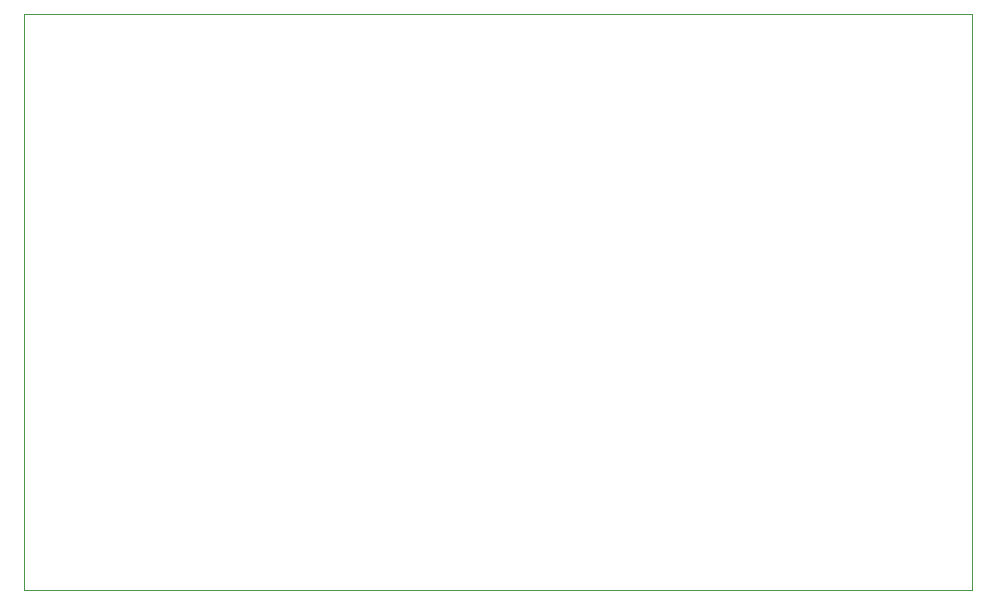
<source format=gbr>
%TF.GenerationSoftware,KiCad,Pcbnew,8.0.6*%
%TF.CreationDate,2024-11-28T23:01:37+02:00*%
%TF.ProjectId,elektro_bar,656c656b-7472-46f5-9f62-61722e6b6963,rev?*%
%TF.SameCoordinates,Original*%
%TF.FileFunction,Profile,NP*%
%FSLAX46Y46*%
G04 Gerber Fmt 4.6, Leading zero omitted, Abs format (unit mm)*
G04 Created by KiCad (PCBNEW 8.0.6) date 2024-11-28 23:01:37*
%MOMM*%
%LPD*%
G01*
G04 APERTURE LIST*
%TA.AperFunction,Profile*%
%ADD10C,0.050000*%
%TD*%
G04 APERTURE END LIST*
D10*
X150622000Y-60960000D02*
X70358000Y-60960000D01*
X150622000Y-109728000D02*
X150622000Y-60960000D01*
X70358000Y-109728000D02*
X150622000Y-109728000D01*
X70358000Y-60960000D02*
X70358000Y-109728000D01*
M02*

</source>
